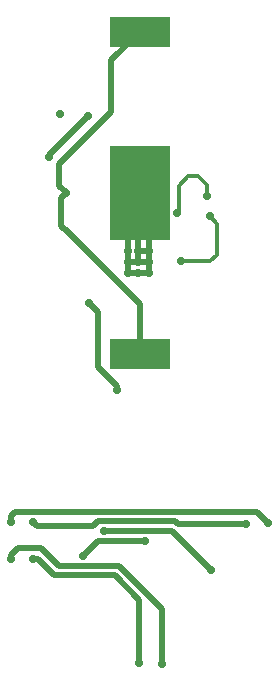
<source format=gbl>
G04 DipTrace 2.4.0.2*
%INfemale.gbl*%
%MOMM*%
%ADD13C,0.508*%
%ADD15C,0.305*%
%ADD18R,5.08X2.6*%
%ADD19R,5.08X8.0*%
%ADD29C,0.711*%
%ADD38C,0.711*%
%FSLAX53Y53*%
G04*
G71*
G90*
G75*
G01*
%LNBottom*%
%LPD*%
X18939Y55171D2*
D13*
Y55364D1*
X22239Y58663D1*
X23605Y23545D2*
X29385D1*
X32677Y20253D1*
X25259Y52763D2*
X24669Y52172D1*
X26626D1*
X26506Y46296D2*
Y52052D1*
X26626Y52172D1*
X26506Y46296D2*
Y47196D1*
X27406D1*
Y46296D1*
Y45396D1*
X26506D1*
X25606D1*
Y46296D1*
Y47196D1*
X25094Y55373D2*
Y53704D1*
X26626Y52172D1*
X26061Y49306D2*
Y51607D1*
X26626Y52172D1*
X26506Y47196D2*
Y48861D1*
X26061Y49306D1*
X26506Y46296D2*
X27406D1*
Y51392D1*
X26626Y52172D1*
X25606Y46296D2*
Y51152D1*
X26626Y52172D1*
X25606Y46296D2*
X26506D1*
X24700Y35475D2*
Y35796D1*
X23043Y37452D1*
Y42100D1*
X22295Y42848D1*
X27057Y22662D2*
X23123D1*
X21838Y21377D1*
X32281Y51869D2*
D15*
Y52825D1*
X31532Y53574D1*
X30732D1*
X29907Y52749D1*
Y50535D1*
X29813Y50441D1*
X30119Y46390D2*
X32592D1*
X33134Y46931D1*
Y49559D1*
X32537Y50156D1*
X26626Y38532D2*
D13*
Y42728D1*
X20261Y49094D1*
X20209D1*
X19948Y49355D1*
Y51721D1*
X20356Y52129D1*
Y52197D1*
X19817Y52736D1*
Y54589D1*
X24203Y58976D1*
Y63389D1*
X26626Y65812D1*
X15704Y24275D2*
Y24837D1*
X16018Y25151D1*
X36542D1*
X37490Y24202D1*
X35592Y24129D2*
X29884D1*
X29626Y24388D1*
X23083D1*
X22681Y23987D1*
X17890D1*
X17601Y24275D1*
X15740Y21174D2*
Y21461D1*
X16339Y22060D1*
X18266D1*
X19804Y20521D1*
X24902D1*
X28542Y16881D1*
Y12240D1*
X28476Y12306D1*
X17601Y21137D2*
X18024D1*
X19388Y19773D1*
X24486D1*
X26579Y17681D1*
Y12342D1*
D38*
X25259Y52763D3*
X32281Y51869D3*
X32537Y50156D3*
X30119Y46390D3*
X29813Y50441D3*
X26061Y49306D3*
X22239Y58663D3*
X19874Y58808D3*
X25094Y55373D3*
X18939Y55171D3*
X20356Y52129D3*
X24700Y35475D3*
X22295Y42848D3*
X26579Y12342D3*
X28476Y12306D3*
X17601Y21137D3*
X15740Y21174D3*
X15704Y24275D3*
X17601D3*
X35592Y24129D3*
X37490Y24202D3*
X21838Y21377D3*
X32677Y20253D3*
X23605Y23545D3*
X27057Y22662D3*
D18*
X26626Y65812D3*
Y38532D3*
D19*
Y52172D3*
D29*
X27406Y47196D3*
Y46296D3*
Y45396D3*
X26506Y47196D3*
Y46296D3*
Y45396D3*
X25606Y47196D3*
Y46296D3*
Y45396D3*
M02*

</source>
